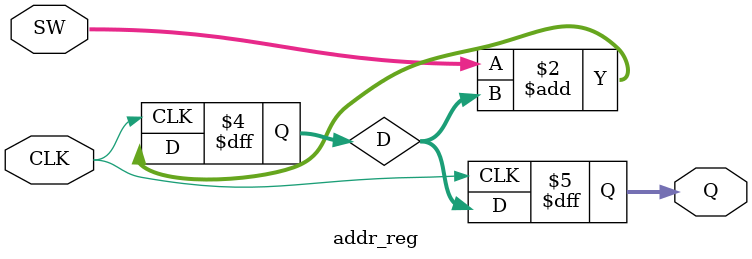
<source format=v>
module addr_reg(SW, Q, CLK);

	input CLK;
	input [9:0] SW;
	output [9:0] Q;
	reg [9:0] Q;
	reg [9:0] D;
	
	initial Q = 10'b0;
	always@(posedge CLK)begin
		Q[9:0] = D[9:0];
		D[9:0] = SW[9:0] + Q[9:0];		
	end
endmodule
	
</source>
